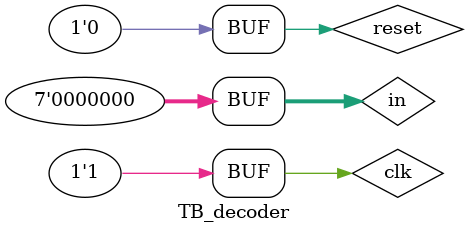
<source format=v>
`timescale 1ns / 1ps

// Description: test bench for decoder module

//////////////////////////////////////////////////////////////////////////////////


module TB_decoder(
    );

    reg [6:0] in;
    wire [6:0] correct_in;
    wire [3:0] data;
    
    
    reg clk;
    reg reset;

    decoder decoder1 (.data(data),.in(in),.clk(clk),.reset(reset),.corrected_In(correct_in));

/////////////////////////////////////////////////////
//loop to create clock input
 always 
 begin 
clk = 1'b0; #10;
clk = 1'b1; #10;
 end
/////////////////////////////////////////////////////
/////////////////////////////////////////////////////

initial 
    begin 
    //begins with one reset
    reset =   1'b1;  in = 7'b0000000; #30;

    reset =   1'b0;  in = 7'b0000000; #30;
    reset =   1'b0;  in = 7'b0000001; #30;
    reset =   1'b0;  in = 7'b0000010; #30;
    reset =   1'b0;  in = 7'b0000011; #30;
    reset =   1'b0;  in = 7'b0010111; #30; 
    reset =   1'b0;  in = 7'b0011111; #30;  
    reset =   1'b0;  in = 7'b0101100; #30; 
    reset =   1'b0;  in = 7'b0000001; #30; 
    reset =   1'b0;  in = 7'b1100110; #30; 
    reset =   1'b0;  in = 7'b1000110; #30;
    reset =   1'b0;  in = 7'b1111111; #30;  
    /////////////////////////////////////////////////////
    //reset enabled
    reset =   1'b1;  in = 7'b0000000; #30;
    reset =   1'b1;  in = 7'b0000000; #30;
    /////////////////////////////////////////////////////
    //back to reset disabled 
    reset =   1'b0;  in = 7'b0000000; #30;

   end
endmodule

</source>
